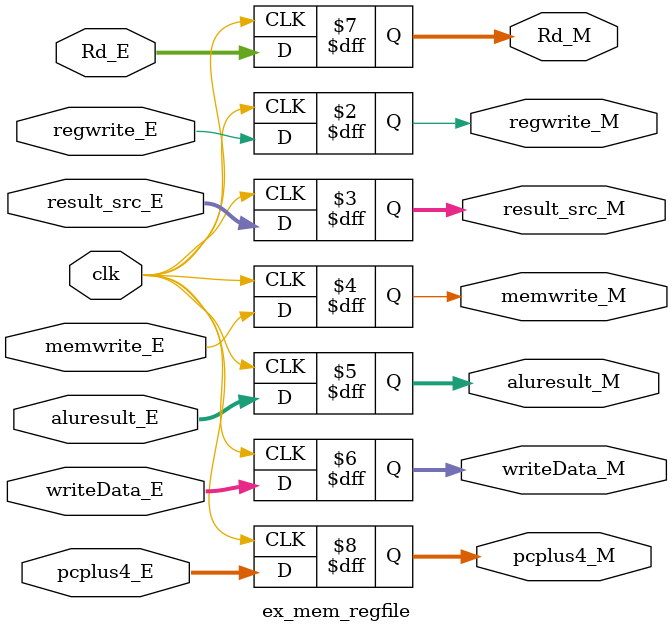
<source format=sv>
module ex_mem_regfile (input logic clk,
		       input logic regwrite_E,
		       input logic [1:0] result_src_E,
		       input logic memwrite_E,
		       input logic [31:0] aluresult_E,
		       input logic [31:0] writeData_E,
		       input logic [4:0]  Rd_E,
		       input logic [31:0] pcplus4_E,
		       output logic regwrite_M,
		       output logic [1:0] result_src_M,
		       output logic memwrite_M,
		       output logic [31:0] aluresult_M,
		       output logic [31:0] writeData_M,
		       output logic [4:0] Rd_M,
		       output logic [31:0] pcplus4_M);


    always_ff @(posedge clk)
	begin
		regwrite_M <= regwrite_E;
		result_src_M <= result_src_E;
		memwrite_M  <= memwrite_E;
		aluresult_M <= aluresult_E;
		writeData_M <= writeData_E;
		Rd_M	    <= Rd_E;
		pcplus4_M   <= pcplus4_E;
	end

endmodule	  

</source>
